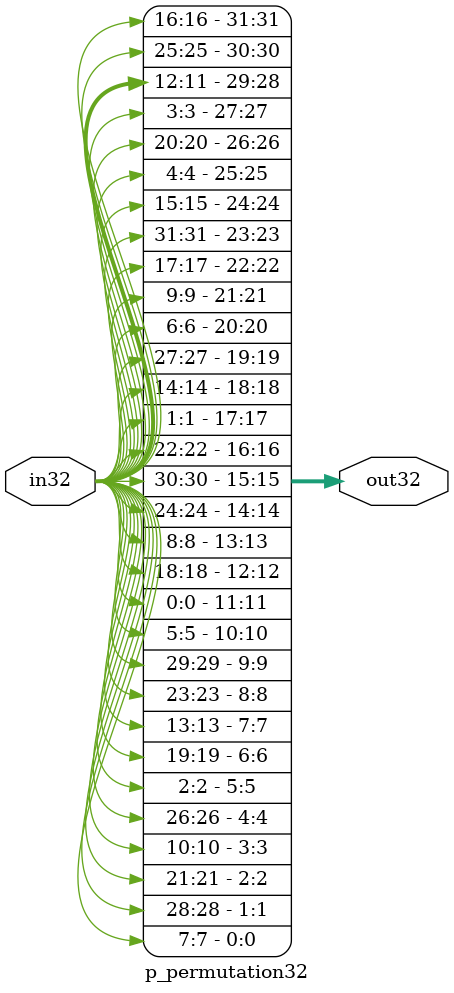
<source format=v>
module p_permutation32 (
    input  [31:0] in32,   // đầu vào sau S-boxes (S_out)
    output [31:0] out32   // P(S_out)
);
    assign out32 = {
        in32[16], in32[25], in32[12], in32[11], in32[3],  in32[20], in32[4],  in32[15],
        in32[31], in32[17], in32[9],  in32[6],  in32[27], in32[14], in32[1],  in32[22],
        in32[30], in32[24], in32[8],  in32[18], in32[0],  in32[5],  in32[29], in32[23],
        in32[13], in32[19], in32[2],  in32[26], in32[10], in32[21], in32[28], in32[7]
    };
endmodule

</source>
